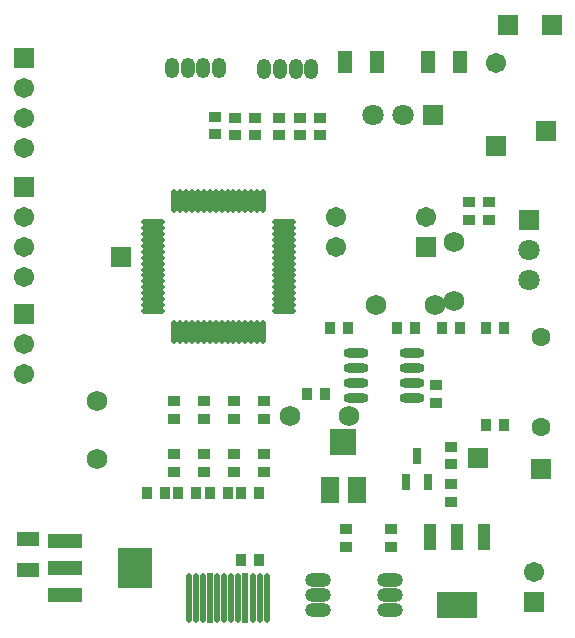
<source format=gts>
%FSLAX43Y43*%
%MOMM*%
G71*
G01*
G75*
G04 Layer_Color=8388736*
%ADD10R,0.900X0.700*%
%ADD11R,2.700X3.300*%
%ADD12R,2.700X1.000*%
%ADD13O,1.800X0.300*%
%ADD14O,0.300X1.800*%
%ADD15R,1.300X2.000*%
%ADD16R,2.000X2.000*%
%ADD17R,0.700X0.900*%
%ADD18R,0.900X2.100*%
%ADD19R,3.200X2.100*%
%ADD20O,1.900X0.600*%
%ADD21O,0.300X4.000*%
%ADD22R,0.300X4.000*%
G04:AMPARAMS|DCode=23|XSize=0.3mm|YSize=4mm|CornerRadius=0.075mm|HoleSize=0mm|Usage=FLASHONLY|Rotation=0.000|XOffset=0mm|YOffset=0mm|HoleType=Round|Shape=RoundedRectangle|*
%AMROUNDEDRECTD23*
21,1,0.300,3.850,0,0,0.0*
21,1,0.150,4.000,0,0,0.0*
1,1,0.150,0.075,-1.925*
1,1,0.150,-0.075,-1.925*
1,1,0.150,-0.075,1.925*
1,1,0.150,0.075,1.925*
%
%ADD23ROUNDEDRECTD23*%
%ADD24R,0.600X1.150*%
%ADD25R,1.100X1.700*%
%ADD26R,1.700X1.100*%
%ADD27C,0.500*%
%ADD28C,1.000*%
%ADD29C,0.254*%
%ADD30C,0.400*%
%ADD31C,0.300*%
%ADD32C,2.000*%
%ADD33R,1.500X1.500*%
%ADD34C,1.500*%
%ADD35C,1.400*%
%ADD36R,1.500X1.500*%
%ADD37R,1.600X1.600*%
%ADD38C,1.600*%
%ADD39O,2.000X1.000*%
%ADD40O,2.000X1.000*%
%ADD41C,1.524*%
%ADD42O,1.000X1.524*%
%ADD43R,1.600X1.600*%
%ADD44R,1.103X0.903*%
%ADD45R,2.903X3.503*%
%ADD46R,2.903X1.203*%
%ADD47O,2.003X0.503*%
%ADD48O,0.503X2.003*%
%ADD49R,1.503X2.203*%
%ADD50R,2.203X2.203*%
%ADD51R,0.903X1.103*%
%ADD52R,1.103X2.303*%
%ADD53R,3.403X2.303*%
%ADD54O,2.103X0.803*%
%ADD55O,0.503X4.203*%
%ADD56R,0.503X4.203*%
G04:AMPARAMS|DCode=57|XSize=0.503mm|YSize=4.203mm|CornerRadius=0.177mm|HoleSize=0mm|Usage=FLASHONLY|Rotation=0.000|XOffset=0mm|YOffset=0mm|HoleType=Round|Shape=RoundedRectangle|*
%AMROUNDEDRECTD57*
21,1,0.503,3.850,0,0,0.0*
21,1,0.150,4.203,0,0,0.0*
1,1,0.353,0.075,-1.925*
1,1,0.353,-0.075,-1.925*
1,1,0.353,-0.075,1.925*
1,1,0.353,0.075,1.925*
%
%ADD57ROUNDEDRECTD57*%
%ADD58R,0.803X1.353*%
%ADD59R,1.303X1.903*%
%ADD60R,1.903X1.303*%
%ADD61R,1.703X1.703*%
%ADD62C,1.703*%
%ADD63C,1.603*%
%ADD64R,1.703X1.703*%
%ADD65R,1.803X1.803*%
%ADD66C,1.803*%
%ADD67O,2.203X1.203*%
%ADD68O,2.203X1.203*%
%ADD69C,1.727*%
%ADD70O,1.203X1.727*%
%ADD71R,1.803X1.803*%
D44*
X56800Y112950D02*
D03*
Y114450D02*
D03*
X47900Y113050D02*
D03*
Y114550D02*
D03*
X49600Y112950D02*
D03*
Y114450D02*
D03*
X51300Y112950D02*
D03*
Y114450D02*
D03*
X53400Y112950D02*
D03*
Y114450D02*
D03*
X55100Y112950D02*
D03*
Y114450D02*
D03*
X59055Y79617D02*
D03*
Y78117D02*
D03*
X67945Y85102D02*
D03*
Y86602D02*
D03*
Y83427D02*
D03*
Y81927D02*
D03*
X62865Y78117D02*
D03*
Y79617D02*
D03*
X71120Y105803D02*
D03*
Y107303D02*
D03*
X69469Y105803D02*
D03*
Y107303D02*
D03*
X66675Y90309D02*
D03*
Y91809D02*
D03*
X44450Y90424D02*
D03*
Y88924D02*
D03*
X46990Y90424D02*
D03*
Y88924D02*
D03*
X44450Y84479D02*
D03*
Y85979D02*
D03*
X46990Y84479D02*
D03*
Y85979D02*
D03*
X49530Y84479D02*
D03*
Y85979D02*
D03*
X52070Y84479D02*
D03*
Y85979D02*
D03*
X49530Y88924D02*
D03*
Y90424D02*
D03*
X52070Y88924D02*
D03*
Y90424D02*
D03*
D45*
X41177Y76327D02*
D03*
D46*
X35277Y74027D02*
D03*
Y76327D02*
D03*
Y78627D02*
D03*
D47*
X42700Y98095D02*
D03*
Y98595D02*
D03*
Y99095D02*
D03*
Y99595D02*
D03*
Y100095D02*
D03*
Y100595D02*
D03*
Y101095D02*
D03*
Y101595D02*
D03*
Y102095D02*
D03*
Y102595D02*
D03*
Y103095D02*
D03*
Y103595D02*
D03*
Y104095D02*
D03*
Y104595D02*
D03*
Y105095D02*
D03*
Y105595D02*
D03*
X53800D02*
D03*
Y105095D02*
D03*
Y104595D02*
D03*
Y104095D02*
D03*
Y103595D02*
D03*
Y103095D02*
D03*
Y102595D02*
D03*
Y102095D02*
D03*
Y101595D02*
D03*
Y101095D02*
D03*
Y100595D02*
D03*
Y100095D02*
D03*
Y99595D02*
D03*
Y99095D02*
D03*
Y98595D02*
D03*
Y98095D02*
D03*
D48*
X44500Y107395D02*
D03*
X45000D02*
D03*
X45500D02*
D03*
X46000D02*
D03*
X46500D02*
D03*
X47000D02*
D03*
X47500D02*
D03*
X48000D02*
D03*
X48500D02*
D03*
X49000D02*
D03*
X49500D02*
D03*
X50000D02*
D03*
X50500D02*
D03*
X51000D02*
D03*
X51500D02*
D03*
X52000D02*
D03*
Y96295D02*
D03*
X51500D02*
D03*
X51000D02*
D03*
X50500D02*
D03*
X50000D02*
D03*
X49500D02*
D03*
X49000D02*
D03*
X48500D02*
D03*
X48000D02*
D03*
X47500D02*
D03*
X47000D02*
D03*
X46500D02*
D03*
X46000D02*
D03*
X45500D02*
D03*
X45000D02*
D03*
X44500D02*
D03*
D49*
X57651Y82963D02*
D03*
X59951D02*
D03*
D50*
X58801Y86963D02*
D03*
D51*
X72378Y96647D02*
D03*
X70878D02*
D03*
X57670D02*
D03*
X59170D02*
D03*
X67195D02*
D03*
X68695D02*
D03*
X70878Y88392D02*
D03*
X72378D02*
D03*
X63385Y96647D02*
D03*
X64885D02*
D03*
X55765Y91059D02*
D03*
X57265D02*
D03*
X50177Y82689D02*
D03*
X51677D02*
D03*
X47510D02*
D03*
X49010D02*
D03*
X46343Y82689D02*
D03*
X44843D02*
D03*
X50177Y76962D02*
D03*
X51677D02*
D03*
X42176Y82677D02*
D03*
X43676D02*
D03*
D52*
X70753Y78923D02*
D03*
X68453D02*
D03*
X66153D02*
D03*
D53*
X68453Y73223D02*
D03*
D54*
X59880Y94488D02*
D03*
Y93218D02*
D03*
Y91948D02*
D03*
Y90678D02*
D03*
X64580Y94488D02*
D03*
Y93218D02*
D03*
Y91948D02*
D03*
Y90678D02*
D03*
D55*
X45720Y73787D02*
D03*
X46320D02*
D03*
X46920D02*
D03*
X48120D02*
D03*
X48720D02*
D03*
X49320D02*
D03*
X49920D02*
D03*
X51720D02*
D03*
X52320D02*
D03*
D56*
X47520D02*
D03*
X50520D02*
D03*
D57*
X51120D02*
D03*
D58*
X65024Y85834D02*
D03*
X65974Y83584D02*
D03*
X64074D02*
D03*
D59*
X68660Y119126D02*
D03*
X65960D02*
D03*
X61675D02*
D03*
X58975D02*
D03*
D60*
X32131Y76120D02*
D03*
Y78820D02*
D03*
D61*
X65786Y103505D02*
D03*
X70231Y85598D02*
D03*
X40005Y102616D02*
D03*
X75565Y84709D02*
D03*
X72771Y122301D02*
D03*
X75946Y113284D02*
D03*
X76454Y122301D02*
D03*
D62*
X65786Y106045D02*
D03*
X58166Y103505D02*
D03*
Y106045D02*
D03*
X31750Y92710D02*
D03*
Y95250D02*
D03*
X74930Y75946D02*
D03*
X31750Y106045D02*
D03*
Y103505D02*
D03*
Y100965D02*
D03*
X71755Y119120D02*
D03*
X31750Y116967D02*
D03*
Y114427D02*
D03*
Y111887D02*
D03*
D63*
X75565Y88265D02*
D03*
Y95885D02*
D03*
D64*
X31750Y97790D02*
D03*
X74930Y73406D02*
D03*
X31750Y108585D02*
D03*
X71755Y112020D02*
D03*
X31750Y119507D02*
D03*
D65*
X66421Y114681D02*
D03*
D66*
X63881D02*
D03*
X61341D02*
D03*
X74549Y103251D02*
D03*
Y100711D02*
D03*
D67*
X56642Y72771D02*
D03*
X62738Y75311D02*
D03*
D68*
X56642Y74041D02*
D03*
Y75311D02*
D03*
X62738Y74041D02*
D03*
Y72771D02*
D03*
D69*
X61548Y98552D02*
D03*
X66548D02*
D03*
X68199Y103933D02*
D03*
Y98933D02*
D03*
X54309Y89154D02*
D03*
X59309D02*
D03*
X37973Y85544D02*
D03*
Y90424D02*
D03*
D70*
X44300Y118675D02*
D03*
X45633D02*
D03*
X46967D02*
D03*
X48300D02*
D03*
X52100Y118575D02*
D03*
X53433D02*
D03*
X54767D02*
D03*
X56100D02*
D03*
D71*
X74549Y105791D02*
D03*
M02*

</source>
